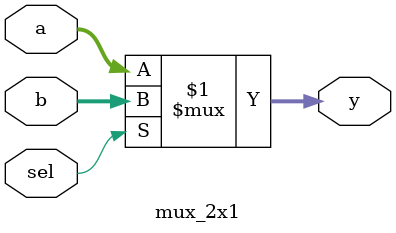
<source format=v>
module mux_2x1(
	input [3:0] a, b,
	input sel,
	output [3:0] y
);

assign y = sel ? b : a;

endmodule

</source>
